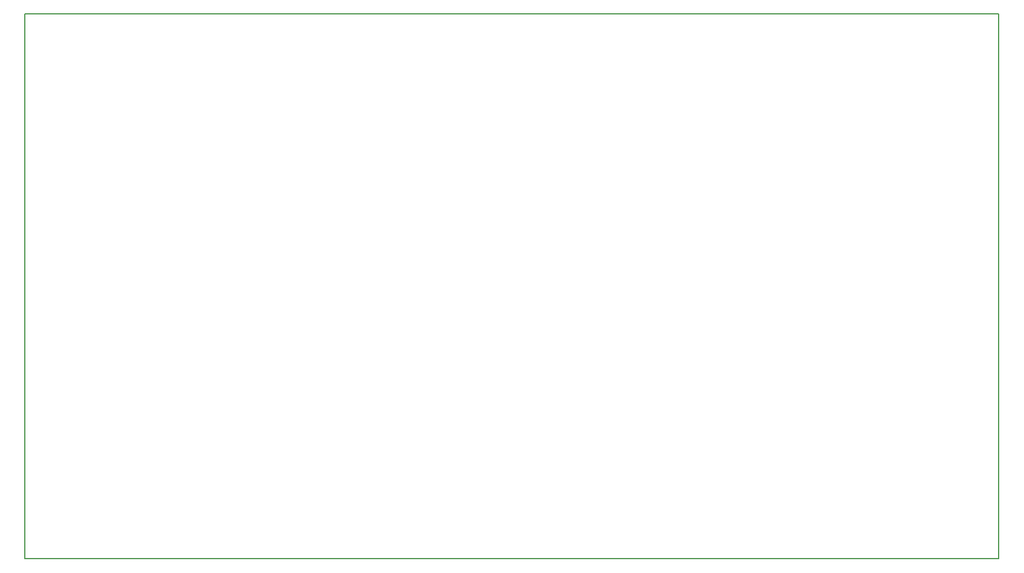
<source format=gko>
G04 Layer_Color=16711935*
%FSTAX24Y24*%
%MOIN*%
G70*
G01*
G75*
%ADD57C,0.0080*%
D57*
X386519Y32775D02*
X442818D01*
Y359246D01*
X386519D02*
X442818D01*
X386519Y32775D02*
Y359246D01*
M02*

</source>
